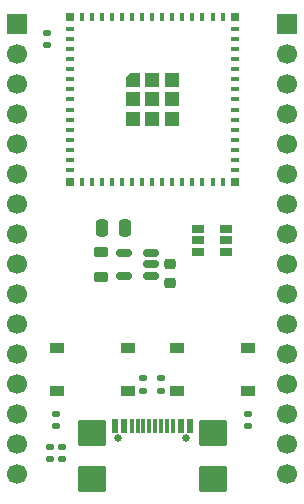
<source format=gbr>
%TF.GenerationSoftware,KiCad,Pcbnew,9.0.0*%
%TF.CreationDate,2025-05-27T11:33:04+06:00*%
%TF.ProjectId,devboard,64657662-6f61-4726-942e-6b696361645f,rev?*%
%TF.SameCoordinates,Original*%
%TF.FileFunction,Soldermask,Top*%
%TF.FilePolarity,Negative*%
%FSLAX46Y46*%
G04 Gerber Fmt 4.6, Leading zero omitted, Abs format (unit mm)*
G04 Created by KiCad (PCBNEW 9.0.0) date 2025-05-27 11:33:04*
%MOMM*%
%LPD*%
G01*
G04 APERTURE LIST*
G04 Aperture macros list*
%AMRoundRect*
0 Rectangle with rounded corners*
0 $1 Rounding radius*
0 $2 $3 $4 $5 $6 $7 $8 $9 X,Y pos of 4 corners*
0 Add a 4 corners polygon primitive as box body*
4,1,4,$2,$3,$4,$5,$6,$7,$8,$9,$2,$3,0*
0 Add four circle primitives for the rounded corners*
1,1,$1+$1,$2,$3*
1,1,$1+$1,$4,$5*
1,1,$1+$1,$6,$7*
1,1,$1+$1,$8,$9*
0 Add four rect primitives between the rounded corners*
20,1,$1+$1,$2,$3,$4,$5,0*
20,1,$1+$1,$4,$5,$6,$7,0*
20,1,$1+$1,$6,$7,$8,$9,0*
20,1,$1+$1,$8,$9,$2,$3,0*%
%AMOutline5P*
0 Free polygon, 5 corners , with rotation*
0 The origin of the aperture is its center*
0 number of corners: always 5*
0 $1 to $10 corner X, Y*
0 $11 Rotation angle, in degrees counterclockwise*
0 create outline with 5 corners*
4,1,5,$1,$2,$3,$4,$5,$6,$7,$8,$9,$10,$1,$2,$11*%
%AMOutline6P*
0 Free polygon, 6 corners , with rotation*
0 The origin of the aperture is its center*
0 number of corners: always 6*
0 $1 to $12 corner X, Y*
0 $13 Rotation angle, in degrees counterclockwise*
0 create outline with 6 corners*
4,1,6,$1,$2,$3,$4,$5,$6,$7,$8,$9,$10,$11,$12,$1,$2,$13*%
%AMOutline7P*
0 Free polygon, 7 corners , with rotation*
0 The origin of the aperture is its center*
0 number of corners: always 7*
0 $1 to $14 corner X, Y*
0 $15 Rotation angle, in degrees counterclockwise*
0 create outline with 7 corners*
4,1,7,$1,$2,$3,$4,$5,$6,$7,$8,$9,$10,$11,$12,$13,$14,$1,$2,$15*%
%AMOutline8P*
0 Free polygon, 8 corners , with rotation*
0 The origin of the aperture is its center*
0 number of corners: always 8*
0 $1 to $16 corner X, Y*
0 $17 Rotation angle, in degrees counterclockwise*
0 create outline with 8 corners*
4,1,8,$1,$2,$3,$4,$5,$6,$7,$8,$9,$10,$11,$12,$13,$14,$15,$16,$1,$2,$17*%
G04 Aperture macros list end*
%ADD10RoundRect,0.218750X0.381250X-0.218750X0.381250X0.218750X-0.381250X0.218750X-0.381250X-0.218750X0*%
%ADD11RoundRect,0.135000X-0.185000X0.135000X-0.185000X-0.135000X0.185000X-0.135000X0.185000X0.135000X0*%
%ADD12R,1.700000X1.700000*%
%ADD13C,1.700000*%
%ADD14RoundRect,0.102000X-0.500000X-0.350000X0.500000X-0.350000X0.500000X0.350000X-0.500000X0.350000X0*%
%ADD15RoundRect,0.140000X-0.170000X0.140000X-0.170000X-0.140000X0.170000X-0.140000X0.170000X0.140000X0*%
%ADD16RoundRect,0.250000X-0.250000X-0.475000X0.250000X-0.475000X0.250000X0.475000X-0.250000X0.475000X0*%
%ADD17RoundRect,0.102000X0.400000X0.275000X-0.400000X0.275000X-0.400000X-0.275000X0.400000X-0.275000X0*%
%ADD18RoundRect,0.135000X0.185000X-0.135000X0.185000X0.135000X-0.185000X0.135000X-0.185000X-0.135000X0*%
%ADD19C,0.650000*%
%ADD20R,0.600000X1.150000*%
%ADD21R,0.300000X1.150000*%
%ADD22RoundRect,0.102000X-1.090000X-1.000000X1.090000X-1.000000X1.090000X1.000000X-1.090000X1.000000X0*%
%ADD23RoundRect,0.140000X0.170000X-0.140000X0.170000X0.140000X-0.170000X0.140000X-0.170000X-0.140000X0*%
%ADD24R,0.800000X0.400000*%
%ADD25R,0.400000X0.800000*%
%ADD26Outline5P,-0.600000X0.204000X-0.204000X0.600000X0.600000X0.600000X0.600000X-0.600000X-0.600000X-0.600000X0.000000*%
%ADD27R,1.200000X1.200000*%
%ADD28R,0.800000X0.800000*%
%ADD29RoundRect,0.225000X0.250000X-0.225000X0.250000X0.225000X-0.250000X0.225000X-0.250000X-0.225000X0*%
%ADD30RoundRect,0.150000X0.512500X0.150000X-0.512500X0.150000X-0.512500X-0.150000X0.512500X-0.150000X0*%
G04 APERTURE END LIST*
D10*
%TO.C,L1*%
X146812000Y-87422500D03*
X146812000Y-85297500D03*
%TD*%
D11*
%TO.C,R4*%
X150368000Y-96012000D03*
X150368000Y-97032000D03*
%TD*%
D12*
%TO.C,J3*%
X139700000Y-66040000D03*
D13*
X139700000Y-68580000D03*
X139700000Y-71120000D03*
X139700000Y-73660000D03*
X139700000Y-76200000D03*
X139700000Y-78740000D03*
X139700000Y-81280000D03*
X139700000Y-83820000D03*
X139700000Y-86360000D03*
X139700000Y-88900000D03*
X139700000Y-91440000D03*
X139700000Y-93980000D03*
X139700000Y-96520000D03*
X139700000Y-99060000D03*
X139700000Y-101600000D03*
X139700000Y-104140000D03*
%TD*%
D14*
%TO.C,SW1*%
X153210000Y-93400000D03*
X159210000Y-93400000D03*
X153210000Y-97100000D03*
X159210000Y-97100000D03*
%TD*%
D15*
%TO.C,C3*%
X159258000Y-99060000D03*
X159258000Y-100020000D03*
%TD*%
D16*
%TO.C,C2*%
X146878000Y-83312000D03*
X148778000Y-83312000D03*
%TD*%
D17*
%TO.C,U2*%
X157400000Y-85278000D03*
X157400000Y-84328000D03*
X157400000Y-83378000D03*
X155000000Y-83378000D03*
X155000000Y-84328000D03*
X155000000Y-85278000D03*
%TD*%
D15*
%TO.C,C4*%
X143002000Y-99060000D03*
X143002000Y-100020000D03*
%TD*%
D18*
%TO.C,R2*%
X142494000Y-102872000D03*
X142494000Y-101852000D03*
%TD*%
D11*
%TO.C,R3*%
X151892000Y-96012000D03*
X151892000Y-97032000D03*
%TD*%
D18*
%TO.C,R1*%
X143510000Y-102872000D03*
X143510000Y-101852000D03*
%TD*%
D12*
%TO.C,J4*%
X162560000Y-66040000D03*
D13*
X162560000Y-68580000D03*
X162560000Y-71120000D03*
X162560000Y-73660000D03*
X162560000Y-76200000D03*
X162560000Y-78740000D03*
X162560000Y-81280000D03*
X162560000Y-83820000D03*
X162560000Y-86360000D03*
X162560000Y-88900000D03*
X162560000Y-91440000D03*
X162560000Y-93980000D03*
X162560000Y-96520000D03*
X162560000Y-99060000D03*
X162560000Y-101600000D03*
X162560000Y-104140000D03*
%TD*%
D19*
%TO.C,J1*%
X148240000Y-101092000D03*
X154020000Y-101092000D03*
D20*
X147930000Y-100017000D03*
X148730000Y-100017000D03*
D21*
X149880000Y-100017000D03*
X150880000Y-100017000D03*
X151380000Y-100017000D03*
X152380000Y-100017000D03*
D20*
X154330000Y-100017000D03*
X153530000Y-100017000D03*
D21*
X152880000Y-100017000D03*
X151880000Y-100017000D03*
X150380000Y-100017000D03*
X149380000Y-100017000D03*
D22*
X146020000Y-100592000D03*
X156240000Y-100592000D03*
X146020000Y-104522000D03*
X156240000Y-104522000D03*
%TD*%
D23*
%TO.C,C5*%
X142240000Y-67762000D03*
X142240000Y-66802000D03*
%TD*%
D14*
%TO.C,SW2*%
X143050000Y-93400000D03*
X149050000Y-93400000D03*
X143050000Y-97100000D03*
X149050000Y-97100000D03*
%TD*%
D24*
%TO.C,U1*%
X144130000Y-66440000D03*
X144130000Y-67290000D03*
X144130000Y-68140000D03*
X144130000Y-68990000D03*
X144130000Y-69840000D03*
X144130000Y-70690000D03*
X144130000Y-71540000D03*
X144130000Y-72390000D03*
X144130000Y-73240000D03*
X144130000Y-74090000D03*
X144130000Y-74940000D03*
X144130000Y-75790000D03*
X144130000Y-76640000D03*
X144130000Y-77490000D03*
X144130000Y-78340000D03*
D25*
X145180000Y-79390000D03*
X146030000Y-79390000D03*
X146880000Y-79390000D03*
X147730000Y-79390000D03*
X148580000Y-79390000D03*
X149430000Y-79390000D03*
X150280000Y-79390000D03*
X151130000Y-79390000D03*
X151980000Y-79390000D03*
X152830000Y-79390000D03*
X153680000Y-79390000D03*
X154530000Y-79390000D03*
X155380000Y-79390000D03*
X156230000Y-79390000D03*
X157080000Y-79390000D03*
D24*
X158130000Y-78340000D03*
X158130000Y-77490000D03*
X158130000Y-76640000D03*
X158130000Y-75790000D03*
X158130000Y-74940000D03*
X158130000Y-74090000D03*
X158130000Y-73240000D03*
X158130000Y-72390000D03*
X158130000Y-71540000D03*
X158130000Y-70690000D03*
X158130000Y-69840000D03*
X158130000Y-68990000D03*
X158130000Y-68140000D03*
X158130000Y-67290000D03*
X158130000Y-66440000D03*
D25*
X157080000Y-65390000D03*
X156230000Y-65390000D03*
X155380000Y-65390000D03*
X154530000Y-65390000D03*
X153680000Y-65390000D03*
X152830000Y-65390000D03*
X151980000Y-65390000D03*
X151130000Y-65390000D03*
X150280000Y-65390000D03*
X149430000Y-65390000D03*
X148580000Y-65390000D03*
X147730000Y-65390000D03*
X146880000Y-65390000D03*
X146030000Y-65390000D03*
X145180000Y-65390000D03*
D26*
X149480000Y-70740000D03*
D27*
X149480000Y-72390000D03*
X149480000Y-74040000D03*
X151130000Y-70740000D03*
X151130000Y-72390000D03*
X151130000Y-74040000D03*
X152780000Y-70740000D03*
X152780000Y-72390000D03*
X152780000Y-74040000D03*
D28*
X144130000Y-65390000D03*
X144130000Y-79390000D03*
X158130000Y-79390000D03*
X158130000Y-65390000D03*
%TD*%
D29*
%TO.C,C1*%
X152654000Y-87897000D03*
X152654000Y-86347000D03*
%TD*%
D30*
%TO.C,U3*%
X150997500Y-87310000D03*
X150997500Y-86360000D03*
X150997500Y-85410000D03*
X148722500Y-85410000D03*
X148722500Y-87310000D03*
%TD*%
M02*

</source>
